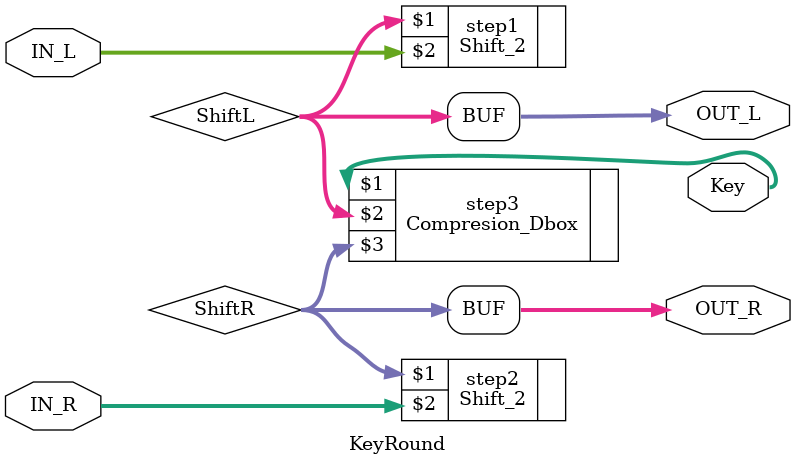
<source format=v>
`timescale 1ns / 1ps

module KeyRound(
    output [1:28] OUT_L,
    output [1:28] OUT_R,
    output [1:48] Key,
    input [1:28] IN_L,
    input [1:28] IN_R
    );
   wire [1:28] ShiftR,ShiftL; 
   Shift_2 step1(ShiftL,IN_L);
   Shift_2 step2(ShiftR,IN_R);
   Compresion_Dbox step3(Key,ShiftL,ShiftR);
   assign OUT_L = ShiftL;
   assign OUT_R = ShiftR;

    
endmodule

</source>
